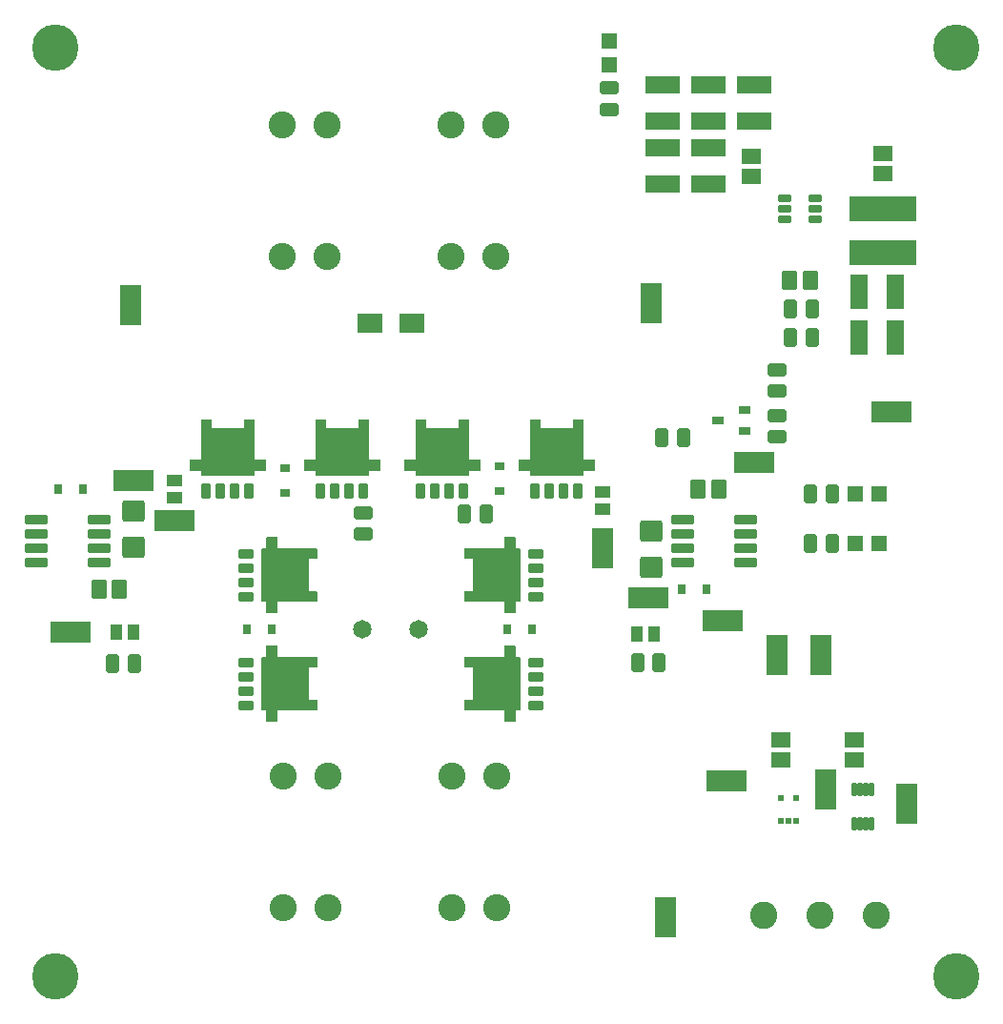
<source format=gts>
G04*
G04 #@! TF.GenerationSoftware,Altium Limited,Altium Designer,20.1.11 (218)*
G04*
G04 Layer_Color=8388736*
%FSAX25Y25*%
%MOIN*%
G70*
G04*
G04 #@! TF.SameCoordinates,831A3C98-130E-4F96-B11D-56A826E748C0*
G04*
G04*
G04 #@! TF.FilePolarity,Negative*
G04*
G01*
G75*
%ADD33R,0.15965X0.17953*%
%ADD35R,0.17953X0.15965*%
%ADD43R,0.12311X0.06406*%
%ADD44R,0.06406X0.12311*%
%ADD45R,0.07783X0.14083*%
%ADD46R,0.14083X0.07783*%
G04:AMPARAMS|DCode=47|XSize=54.21mil|YSize=67.99mil|CornerRadius=7.42mil|HoleSize=0mil|Usage=FLASHONLY|Rotation=0.000|XOffset=0mil|YOffset=0mil|HoleType=Round|Shape=RoundedRectangle|*
%AMROUNDEDRECTD47*
21,1,0.05421,0.05315,0,0,0.0*
21,1,0.03937,0.06799,0,0,0.0*
1,1,0.01484,0.01968,-0.02657*
1,1,0.01484,-0.01968,-0.02657*
1,1,0.01484,-0.01968,0.02657*
1,1,0.01484,0.01968,0.02657*
%
%ADD47ROUNDEDRECTD47*%
G04:AMPARAMS|DCode=48|XSize=54.21mil|YSize=67.99mil|CornerRadius=7.42mil|HoleSize=0mil|Usage=FLASHONLY|Rotation=270.000|XOffset=0mil|YOffset=0mil|HoleType=Round|Shape=RoundedRectangle|*
%AMROUNDEDRECTD48*
21,1,0.05421,0.05315,0,0,270.0*
21,1,0.03937,0.06799,0,0,270.0*
1,1,0.01484,-0.02657,-0.01968*
1,1,0.01484,-0.02657,0.01968*
1,1,0.01484,0.02657,0.01968*
1,1,0.01484,0.02657,-0.01968*
%
%ADD48ROUNDEDRECTD48*%
G04:AMPARAMS|DCode=49|XSize=28.62mil|YSize=44.37mil|CornerRadius=4.51mil|HoleSize=0mil|Usage=FLASHONLY|Rotation=270.000|XOffset=0mil|YOffset=0mil|HoleType=Round|Shape=RoundedRectangle|*
%AMROUNDEDRECTD49*
21,1,0.02862,0.03535,0,0,270.0*
21,1,0.01961,0.04437,0,0,270.0*
1,1,0.00902,-0.01768,-0.00980*
1,1,0.00902,-0.01768,0.00980*
1,1,0.00902,0.01768,0.00980*
1,1,0.00902,0.01768,-0.00980*
%
%ADD49ROUNDEDRECTD49*%
%ADD50R,0.04043X0.02862*%
G04:AMPARAMS|DCode=51|XSize=33.35mil|YSize=79.8mil|CornerRadius=4.63mil|HoleSize=0mil|Usage=FLASHONLY|Rotation=270.000|XOffset=0mil|YOffset=0mil|HoleType=Round|Shape=RoundedRectangle|*
%AMROUNDEDRECTD51*
21,1,0.03335,0.07055,0,0,270.0*
21,1,0.02410,0.07980,0,0,270.0*
1,1,0.00925,-0.03528,-0.01205*
1,1,0.00925,-0.03528,0.01205*
1,1,0.00925,0.03528,0.01205*
1,1,0.00925,0.03528,-0.01205*
%
%ADD51ROUNDEDRECTD51*%
%ADD52R,0.02468X0.02468*%
%ADD53R,0.02075X0.02468*%
G04:AMPARAMS|DCode=54|XSize=16.81mil|YSize=44.37mil|CornerRadius=3.39mil|HoleSize=0mil|Usage=FLASHONLY|Rotation=0.000|XOffset=0mil|YOffset=0mil|HoleType=Round|Shape=RoundedRectangle|*
%AMROUNDEDRECTD54*
21,1,0.01681,0.03760,0,0,0.0*
21,1,0.01004,0.04437,0,0,0.0*
1,1,0.00677,0.00502,-0.01880*
1,1,0.00677,-0.00502,-0.01880*
1,1,0.00677,-0.00502,0.01880*
1,1,0.00677,0.00502,0.01880*
%
%ADD54ROUNDEDRECTD54*%
G04:AMPARAMS|DCode=55|XSize=46.34mil|YSize=64.06mil|CornerRadius=6.63mil|HoleSize=0mil|Usage=FLASHONLY|Rotation=180.000|XOffset=0mil|YOffset=0mil|HoleType=Round|Shape=RoundedRectangle|*
%AMROUNDEDRECTD55*
21,1,0.04634,0.05079,0,0,180.0*
21,1,0.03307,0.06406,0,0,180.0*
1,1,0.01327,-0.01654,0.02539*
1,1,0.01327,0.01654,0.02539*
1,1,0.01327,0.01654,-0.02539*
1,1,0.01327,-0.01654,-0.02539*
%
%ADD55ROUNDEDRECTD55*%
G04:AMPARAMS|DCode=56|XSize=46.34mil|YSize=64.06mil|CornerRadius=6.63mil|HoleSize=0mil|Usage=FLASHONLY|Rotation=270.000|XOffset=0mil|YOffset=0mil|HoleType=Round|Shape=RoundedRectangle|*
%AMROUNDEDRECTD56*
21,1,0.04634,0.05079,0,0,270.0*
21,1,0.03307,0.06406,0,0,270.0*
1,1,0.01327,-0.02539,-0.01654*
1,1,0.01327,-0.02539,0.01654*
1,1,0.01327,0.02539,0.01654*
1,1,0.01327,0.02539,-0.01654*
%
%ADD56ROUNDEDRECTD56*%
%ADD57R,0.04240X0.05815*%
%ADD58R,0.05815X0.04240*%
G04:AMPARAMS|DCode=59|XSize=34.53mil|YSize=52.24mil|CornerRadius=5.45mil|HoleSize=0mil|Usage=FLASHONLY|Rotation=270.000|XOffset=0mil|YOffset=0mil|HoleType=Round|Shape=RoundedRectangle|*
%AMROUNDEDRECTD59*
21,1,0.03453,0.04134,0,0,270.0*
21,1,0.02362,0.05224,0,0,270.0*
1,1,0.01091,-0.02067,-0.01181*
1,1,0.01091,-0.02067,0.01181*
1,1,0.01091,0.02067,0.01181*
1,1,0.01091,0.02067,-0.01181*
%
%ADD59ROUNDEDRECTD59*%
G04:AMPARAMS|DCode=60|XSize=34.53mil|YSize=52.24mil|CornerRadius=5.45mil|HoleSize=0mil|Usage=FLASHONLY|Rotation=180.000|XOffset=0mil|YOffset=0mil|HoleType=Round|Shape=RoundedRectangle|*
%AMROUNDEDRECTD60*
21,1,0.03453,0.04134,0,0,180.0*
21,1,0.02362,0.05224,0,0,180.0*
1,1,0.01091,-0.01181,0.02067*
1,1,0.01091,0.01181,0.02067*
1,1,0.01091,0.01181,-0.02067*
1,1,0.01091,-0.01181,-0.02067*
%
%ADD60ROUNDEDRECTD60*%
%ADD61R,0.23335X0.08768*%
%ADD62R,0.09084X0.06917*%
%ADD63R,0.05224X0.05224*%
%ADD64R,0.05224X0.05224*%
%ADD65R,0.02980X0.03768*%
%ADD66R,0.03768X0.02980*%
G04:AMPARAMS|DCode=67|XSize=79.8mil|YSize=73.9mil|CornerRadius=9.39mil|HoleSize=0mil|Usage=FLASHONLY|Rotation=180.000|XOffset=0mil|YOffset=0mil|HoleType=Round|Shape=RoundedRectangle|*
%AMROUNDEDRECTD67*
21,1,0.07980,0.05512,0,0,180.0*
21,1,0.06102,0.07390,0,0,180.0*
1,1,0.01878,-0.03051,0.02756*
1,1,0.01878,0.03051,0.02756*
1,1,0.01878,0.03051,-0.02756*
1,1,0.01878,-0.03051,-0.02756*
%
%ADD67ROUNDEDRECTD67*%
%ADD68C,0.16248*%
%ADD69C,0.09500*%
%ADD70C,0.09555*%
%ADD71C,0.06500*%
G36*
X0097264Y0135248D02*
X0097302Y0135239D01*
X0097338Y0135223D01*
X0097372Y0135203D01*
X0097402Y0135177D01*
X0097427Y0135147D01*
X0097448Y0135114D01*
X0097463Y0135078D01*
X0097472Y0135039D01*
X0097475Y0135000D01*
X0097475Y0131227D01*
X0111110D01*
X0111150Y0131224D01*
X0111188Y0131215D01*
X0111224Y0131200D01*
X0111258Y0131179D01*
X0111288Y0131154D01*
X0111313Y0131124D01*
X0111334Y0131090D01*
X0111349Y0131054D01*
X0111358Y0131016D01*
X0111361Y0130976D01*
Y0128024D01*
X0111358Y0127984D01*
X0111349Y0127946D01*
X0111334Y0127910D01*
X0111313Y0127876D01*
X0111288Y0127846D01*
X0111258Y0127821D01*
X0111224Y0127800D01*
X0111188Y0127785D01*
X0111150Y0127776D01*
X0111110Y0127773D01*
X0108203D01*
Y0116227D01*
X0111110D01*
X0111150Y0116224D01*
X0111188Y0116215D01*
X0111224Y0116200D01*
X0111258Y0116179D01*
X0111288Y0116154D01*
X0111313Y0116124D01*
X0111334Y0116090D01*
X0111349Y0116054D01*
X0111358Y0116016D01*
X0111361Y0115976D01*
Y0113024D01*
X0111358Y0112984D01*
X0111349Y0112946D01*
X0111334Y0112910D01*
X0111313Y0112876D01*
X0111288Y0112846D01*
X0111258Y0112821D01*
X0111224Y0112800D01*
X0111188Y0112785D01*
X0111150Y0112776D01*
X0111110Y0112773D01*
X0097475D01*
X0097475Y0109000D01*
X0097472Y0108961D01*
X0097463Y0108923D01*
X0097448Y0108886D01*
X0097427Y0108853D01*
X0097402Y0108823D01*
X0097372Y0108797D01*
X0097338Y0108776D01*
X0097302Y0108762D01*
X0097264Y0108752D01*
X0097224Y0108749D01*
X0093661D01*
X0093622Y0108752D01*
X0093584Y0108762D01*
X0093548Y0108776D01*
X0093514Y0108797D01*
X0093484Y0108823D01*
X0093458Y0108853D01*
X0093438Y0108886D01*
X0093423Y0108923D01*
X0093414Y0108961D01*
X0093411Y0109000D01*
X0093411Y0112773D01*
X0091988D01*
X0091949Y0112776D01*
X0091911Y0112785D01*
X0091874Y0112800D01*
X0091841Y0112821D01*
X0091811Y0112846D01*
X0091785Y0112876D01*
X0091765Y0112910D01*
X0091750Y0112946D01*
X0091741Y0112984D01*
X0091737Y0113024D01*
Y0130976D01*
X0091741Y0131016D01*
X0091750Y0131054D01*
X0091765Y0131090D01*
X0091785Y0131124D01*
X0091811Y0131154D01*
X0091841Y0131179D01*
X0091874Y0131200D01*
X0091911Y0131215D01*
X0091949Y0131224D01*
X0091988Y0131227D01*
X0093411D01*
X0093411Y0135000D01*
X0093414Y0135039D01*
X0093423Y0135078D01*
X0093438Y0135114D01*
X0093458Y0135147D01*
X0093484Y0135177D01*
X0093514Y0135203D01*
X0093548Y0135223D01*
X0093584Y0135239D01*
X0093622Y0135248D01*
X0093661Y0135251D01*
X0097224D01*
X0097264Y0135248D01*
D02*
G37*
G36*
Y0173224D02*
X0097302Y0173215D01*
X0097338Y0173200D01*
X0097372Y0173179D01*
X0097402Y0173154D01*
X0097427Y0173124D01*
X0097448Y0173090D01*
X0097463Y0173054D01*
X0097472Y0173016D01*
X0097475Y0172976D01*
X0097475Y0169203D01*
X0111110D01*
X0111150Y0169200D01*
X0111188Y0169191D01*
X0111224Y0169176D01*
X0111258Y0169156D01*
X0111288Y0169130D01*
X0111313Y0169100D01*
X0111334Y0169067D01*
X0111349Y0169030D01*
X0111358Y0168992D01*
X0111361Y0168953D01*
Y0166000D01*
X0111358Y0165961D01*
X0111349Y0165922D01*
X0111334Y0165886D01*
X0111313Y0165853D01*
X0111288Y0165823D01*
X0111258Y0165797D01*
X0111224Y0165777D01*
X0111188Y0165761D01*
X0111150Y0165752D01*
X0111110Y0165749D01*
X0108203D01*
Y0154203D01*
X0111110D01*
X0111150Y0154200D01*
X0111188Y0154191D01*
X0111224Y0154176D01*
X0111258Y0154156D01*
X0111288Y0154130D01*
X0111313Y0154100D01*
X0111334Y0154067D01*
X0111349Y0154030D01*
X0111358Y0153992D01*
X0111361Y0153953D01*
Y0151000D01*
X0111358Y0150961D01*
X0111349Y0150923D01*
X0111334Y0150886D01*
X0111313Y0150853D01*
X0111288Y0150823D01*
X0111258Y0150797D01*
X0111224Y0150777D01*
X0111188Y0150761D01*
X0111150Y0150752D01*
X0111110Y0150749D01*
X0097475D01*
X0097475Y0146976D01*
X0097472Y0146937D01*
X0097463Y0146899D01*
X0097448Y0146862D01*
X0097427Y0146829D01*
X0097402Y0146799D01*
X0097372Y0146774D01*
X0097338Y0146753D01*
X0097302Y0146738D01*
X0097264Y0146729D01*
X0097224Y0146726D01*
X0093661D01*
X0093622Y0146729D01*
X0093584Y0146738D01*
X0093548Y0146753D01*
X0093514Y0146774D01*
X0093484Y0146799D01*
X0093458Y0146829D01*
X0093438Y0146862D01*
X0093423Y0146899D01*
X0093414Y0146937D01*
X0093411Y0146976D01*
X0093411Y0150749D01*
X0091988D01*
X0091949Y0150752D01*
X0091911Y0150761D01*
X0091874Y0150777D01*
X0091841Y0150797D01*
X0091811Y0150823D01*
X0091785Y0150853D01*
X0091765Y0150886D01*
X0091750Y0150923D01*
X0091741Y0150961D01*
X0091737Y0151000D01*
Y0168953D01*
X0091741Y0168992D01*
X0091750Y0169030D01*
X0091765Y0169067D01*
X0091785Y0169100D01*
X0091811Y0169130D01*
X0091841Y0169156D01*
X0091874Y0169176D01*
X0091911Y0169191D01*
X0091949Y0169200D01*
X0091988Y0169203D01*
X0093411D01*
X0093411Y0172976D01*
X0093414Y0173016D01*
X0093423Y0173054D01*
X0093438Y0173090D01*
X0093458Y0173124D01*
X0093484Y0173154D01*
X0093514Y0173179D01*
X0093548Y0173200D01*
X0093584Y0173215D01*
X0093622Y0173224D01*
X0093661Y0173227D01*
X0097224D01*
X0097264Y0173224D01*
D02*
G37*
G36*
X0089016Y0214358D02*
X0089054Y0214349D01*
X0089090Y0214334D01*
X0089124Y0214313D01*
X0089154Y0214288D01*
X0089179Y0214258D01*
X0089200Y0214224D01*
X0089215Y0214188D01*
X0089224Y0214149D01*
X0089227Y0214110D01*
Y0200475D01*
X0093000Y0200475D01*
X0093039Y0200472D01*
X0093077Y0200463D01*
X0093114Y0200448D01*
X0093147Y0200427D01*
X0093177Y0200402D01*
X0093203Y0200372D01*
X0093224Y0200338D01*
X0093239Y0200302D01*
X0093248Y0200264D01*
X0093251Y0200224D01*
Y0196661D01*
X0093248Y0196622D01*
X0093239Y0196584D01*
X0093224Y0196548D01*
X0093203Y0196514D01*
X0093177Y0196484D01*
X0093147Y0196458D01*
X0093114Y0196438D01*
X0093077Y0196423D01*
X0093039Y0196414D01*
X0093000Y0196411D01*
X0089227Y0196411D01*
Y0194988D01*
X0089224Y0194949D01*
X0089215Y0194911D01*
X0089200Y0194874D01*
X0089179Y0194841D01*
X0089154Y0194811D01*
X0089124Y0194785D01*
X0089090Y0194765D01*
X0089054Y0194750D01*
X0089016Y0194740D01*
X0088976Y0194737D01*
X0071024D01*
X0070984Y0194740D01*
X0070946Y0194750D01*
X0070910Y0194765D01*
X0070876Y0194785D01*
X0070846Y0194811D01*
X0070821Y0194841D01*
X0070800Y0194874D01*
X0070785Y0194911D01*
X0070776Y0194949D01*
X0070773Y0194988D01*
Y0196411D01*
X0067000Y0196411D01*
X0066961Y0196414D01*
X0066922Y0196423D01*
X0066886Y0196438D01*
X0066853Y0196458D01*
X0066823Y0196484D01*
X0066797Y0196514D01*
X0066777Y0196548D01*
X0066761Y0196584D01*
X0066752Y0196622D01*
X0066749Y0196661D01*
Y0200224D01*
X0066752Y0200264D01*
X0066761Y0200302D01*
X0066777Y0200338D01*
X0066797Y0200372D01*
X0066823Y0200402D01*
X0066853Y0200427D01*
X0066886Y0200448D01*
X0066922Y0200463D01*
X0066961Y0200472D01*
X0067000Y0200475D01*
X0070773Y0200475D01*
Y0214110D01*
X0070776Y0214149D01*
X0070785Y0214188D01*
X0070800Y0214224D01*
X0070821Y0214258D01*
X0070846Y0214288D01*
X0070876Y0214313D01*
X0070910Y0214334D01*
X0070946Y0214349D01*
X0070984Y0214358D01*
X0071024Y0214361D01*
X0073976D01*
X0074016Y0214358D01*
X0074054Y0214349D01*
X0074090Y0214334D01*
X0074124Y0214313D01*
X0074154Y0214288D01*
X0074179Y0214258D01*
X0074200Y0214224D01*
X0074215Y0214188D01*
X0074224Y0214149D01*
X0074227Y0214110D01*
Y0211204D01*
X0085773D01*
Y0214110D01*
X0085776Y0214149D01*
X0085785Y0214188D01*
X0085800Y0214224D01*
X0085821Y0214258D01*
X0085846Y0214288D01*
X0085876Y0214313D01*
X0085910Y0214334D01*
X0085946Y0214349D01*
X0085984Y0214358D01*
X0086024Y0214361D01*
X0088976D01*
X0089016Y0214358D01*
D02*
G37*
G36*
X0129016D02*
X0129054Y0214349D01*
X0129090Y0214334D01*
X0129124Y0214313D01*
X0129154Y0214288D01*
X0129179Y0214258D01*
X0129200Y0214224D01*
X0129215Y0214188D01*
X0129224Y0214149D01*
X0129227Y0214110D01*
Y0200475D01*
X0133000Y0200475D01*
X0133039Y0200472D01*
X0133078Y0200463D01*
X0133114Y0200448D01*
X0133147Y0200427D01*
X0133177Y0200402D01*
X0133203Y0200372D01*
X0133223Y0200338D01*
X0133238Y0200302D01*
X0133248Y0200264D01*
X0133251Y0200224D01*
Y0196661D01*
X0133248Y0196622D01*
X0133238Y0196584D01*
X0133223Y0196548D01*
X0133203Y0196514D01*
X0133177Y0196484D01*
X0133147Y0196458D01*
X0133114Y0196438D01*
X0133078Y0196423D01*
X0133039Y0196414D01*
X0133000Y0196411D01*
X0129227Y0196411D01*
Y0194988D01*
X0129224Y0194949D01*
X0129215Y0194911D01*
X0129200Y0194874D01*
X0129179Y0194841D01*
X0129154Y0194811D01*
X0129124Y0194785D01*
X0129090Y0194765D01*
X0129054Y0194750D01*
X0129016Y0194740D01*
X0128976Y0194737D01*
X0111024D01*
X0110984Y0194740D01*
X0110946Y0194750D01*
X0110910Y0194765D01*
X0110876Y0194785D01*
X0110846Y0194811D01*
X0110821Y0194841D01*
X0110800Y0194874D01*
X0110785Y0194911D01*
X0110776Y0194949D01*
X0110773Y0194988D01*
Y0196411D01*
X0107000Y0196411D01*
X0106961Y0196414D01*
X0106922Y0196423D01*
X0106886Y0196438D01*
X0106853Y0196458D01*
X0106823Y0196484D01*
X0106797Y0196514D01*
X0106777Y0196548D01*
X0106762Y0196584D01*
X0106752Y0196622D01*
X0106749Y0196661D01*
Y0200224D01*
X0106752Y0200264D01*
X0106762Y0200302D01*
X0106777Y0200338D01*
X0106797Y0200372D01*
X0106823Y0200402D01*
X0106853Y0200427D01*
X0106886Y0200448D01*
X0106922Y0200463D01*
X0106961Y0200472D01*
X0107000Y0200475D01*
X0110773Y0200475D01*
Y0214110D01*
X0110776Y0214149D01*
X0110785Y0214188D01*
X0110800Y0214224D01*
X0110821Y0214258D01*
X0110846Y0214288D01*
X0110876Y0214313D01*
X0110910Y0214334D01*
X0110946Y0214349D01*
X0110984Y0214358D01*
X0111024Y0214361D01*
X0113976D01*
X0114016Y0214358D01*
X0114054Y0214349D01*
X0114090Y0214334D01*
X0114124Y0214313D01*
X0114154Y0214288D01*
X0114179Y0214258D01*
X0114200Y0214224D01*
X0114215Y0214188D01*
X0114224Y0214149D01*
X0114227Y0214110D01*
Y0211204D01*
X0125773D01*
Y0214110D01*
X0125776Y0214149D01*
X0125785Y0214188D01*
X0125800Y0214224D01*
X0125821Y0214258D01*
X0125846Y0214288D01*
X0125876Y0214313D01*
X0125910Y0214334D01*
X0125946Y0214349D01*
X0125984Y0214358D01*
X0126024Y0214361D01*
X0128976D01*
X0129016Y0214358D01*
D02*
G37*
G36*
X0180378Y0135248D02*
X0180416Y0135239D01*
X0180452Y0135223D01*
X0180486Y0135203D01*
X0180516Y0135177D01*
X0180542Y0135147D01*
X0180562Y0135114D01*
X0180577Y0135078D01*
X0180586Y0135039D01*
X0180589Y0135000D01*
X0180589Y0131227D01*
X0182012D01*
X0182051Y0131224D01*
X0182089Y0131215D01*
X0182126Y0131200D01*
X0182159Y0131179D01*
X0182189Y0131154D01*
X0182215Y0131124D01*
X0182235Y0131090D01*
X0182250Y0131054D01*
X0182260Y0131016D01*
X0182263Y0130976D01*
Y0113024D01*
X0182260Y0112984D01*
X0182250Y0112946D01*
X0182235Y0112910D01*
X0182215Y0112876D01*
X0182189Y0112846D01*
X0182159Y0112821D01*
X0182126Y0112800D01*
X0182089Y0112785D01*
X0182051Y0112776D01*
X0182012Y0112773D01*
X0180589D01*
X0180589Y0109000D01*
X0180586Y0108961D01*
X0180577Y0108923D01*
X0180562Y0108886D01*
X0180542Y0108853D01*
X0180516Y0108823D01*
X0180486Y0108797D01*
X0180452Y0108777D01*
X0180416Y0108762D01*
X0180378Y0108752D01*
X0180339Y0108749D01*
X0176776D01*
X0176736Y0108752D01*
X0176698Y0108762D01*
X0176662Y0108777D01*
X0176628Y0108797D01*
X0176598Y0108823D01*
X0176573Y0108853D01*
X0176552Y0108886D01*
X0176537Y0108923D01*
X0176528Y0108961D01*
X0176525Y0109000D01*
X0176525Y0112773D01*
X0162890D01*
X0162850Y0112776D01*
X0162812Y0112785D01*
X0162776Y0112800D01*
X0162742Y0112821D01*
X0162712Y0112846D01*
X0162687Y0112876D01*
X0162666Y0112910D01*
X0162651Y0112946D01*
X0162642Y0112984D01*
X0162639Y0113024D01*
Y0115976D01*
X0162642Y0116016D01*
X0162651Y0116054D01*
X0162666Y0116090D01*
X0162687Y0116124D01*
X0162712Y0116154D01*
X0162742Y0116179D01*
X0162776Y0116200D01*
X0162812Y0116215D01*
X0162850Y0116224D01*
X0162890Y0116227D01*
X0165796D01*
Y0127773D01*
X0162890D01*
X0162850Y0127776D01*
X0162812Y0127785D01*
X0162776Y0127800D01*
X0162742Y0127821D01*
X0162712Y0127846D01*
X0162687Y0127876D01*
X0162666Y0127910D01*
X0162651Y0127946D01*
X0162642Y0127984D01*
X0162639Y0128024D01*
Y0130976D01*
X0162642Y0131016D01*
X0162651Y0131054D01*
X0162666Y0131090D01*
X0162687Y0131124D01*
X0162712Y0131154D01*
X0162742Y0131179D01*
X0162776Y0131200D01*
X0162812Y0131215D01*
X0162850Y0131224D01*
X0162890Y0131227D01*
X0176525D01*
X0176525Y0135000D01*
X0176528Y0135039D01*
X0176537Y0135078D01*
X0176552Y0135114D01*
X0176573Y0135147D01*
X0176598Y0135177D01*
X0176628Y0135203D01*
X0176662Y0135223D01*
X0176698Y0135239D01*
X0176736Y0135248D01*
X0176776Y0135251D01*
X0180339D01*
X0180378Y0135248D01*
D02*
G37*
G36*
Y0173248D02*
X0180416Y0173239D01*
X0180452Y0173223D01*
X0180486Y0173203D01*
X0180516Y0173177D01*
X0180542Y0173147D01*
X0180562Y0173114D01*
X0180577Y0173077D01*
X0180586Y0173039D01*
X0180589Y0173000D01*
X0180589Y0169227D01*
X0182012D01*
X0182051Y0169224D01*
X0182089Y0169215D01*
X0182126Y0169200D01*
X0182159Y0169179D01*
X0182189Y0169154D01*
X0182215Y0169124D01*
X0182235Y0169090D01*
X0182250Y0169054D01*
X0182260Y0169016D01*
X0182263Y0168976D01*
Y0151024D01*
X0182260Y0150984D01*
X0182250Y0150946D01*
X0182235Y0150910D01*
X0182215Y0150876D01*
X0182189Y0150846D01*
X0182159Y0150821D01*
X0182126Y0150800D01*
X0182089Y0150785D01*
X0182051Y0150776D01*
X0182012Y0150773D01*
X0180589D01*
X0180589Y0147000D01*
X0180586Y0146961D01*
X0180577Y0146923D01*
X0180562Y0146886D01*
X0180542Y0146853D01*
X0180516Y0146823D01*
X0180486Y0146797D01*
X0180452Y0146777D01*
X0180416Y0146762D01*
X0180378Y0146752D01*
X0180339Y0146749D01*
X0176776D01*
X0176736Y0146752D01*
X0176698Y0146762D01*
X0176662Y0146777D01*
X0176628Y0146797D01*
X0176598Y0146823D01*
X0176573Y0146853D01*
X0176552Y0146886D01*
X0176537Y0146923D01*
X0176528Y0146961D01*
X0176525Y0147000D01*
X0176525Y0150773D01*
X0162890D01*
X0162850Y0150776D01*
X0162812Y0150785D01*
X0162776Y0150800D01*
X0162742Y0150821D01*
X0162712Y0150846D01*
X0162687Y0150876D01*
X0162666Y0150910D01*
X0162651Y0150946D01*
X0162642Y0150984D01*
X0162639Y0151024D01*
Y0153976D01*
X0162642Y0154016D01*
X0162651Y0154054D01*
X0162666Y0154090D01*
X0162687Y0154124D01*
X0162712Y0154154D01*
X0162742Y0154179D01*
X0162776Y0154200D01*
X0162812Y0154215D01*
X0162850Y0154224D01*
X0162890Y0154227D01*
X0165796D01*
Y0165773D01*
X0162890D01*
X0162850Y0165776D01*
X0162812Y0165785D01*
X0162776Y0165800D01*
X0162742Y0165821D01*
X0162712Y0165846D01*
X0162687Y0165876D01*
X0162666Y0165910D01*
X0162651Y0165946D01*
X0162642Y0165984D01*
X0162639Y0166024D01*
Y0168976D01*
X0162642Y0169016D01*
X0162651Y0169054D01*
X0162666Y0169090D01*
X0162687Y0169124D01*
X0162712Y0169154D01*
X0162742Y0169179D01*
X0162776Y0169200D01*
X0162812Y0169215D01*
X0162850Y0169224D01*
X0162890Y0169227D01*
X0176525D01*
X0176525Y0173000D01*
X0176528Y0173039D01*
X0176537Y0173077D01*
X0176552Y0173114D01*
X0176573Y0173147D01*
X0176598Y0173177D01*
X0176628Y0173203D01*
X0176662Y0173223D01*
X0176698Y0173239D01*
X0176736Y0173248D01*
X0176776Y0173251D01*
X0180339D01*
X0180378Y0173248D01*
D02*
G37*
G36*
X0164016Y0214358D02*
X0164054Y0214349D01*
X0164090Y0214334D01*
X0164124Y0214313D01*
X0164154Y0214288D01*
X0164179Y0214258D01*
X0164200Y0214224D01*
X0164215Y0214188D01*
X0164224Y0214149D01*
X0164227Y0214110D01*
Y0200475D01*
X0168000Y0200475D01*
X0168039Y0200472D01*
X0168078Y0200463D01*
X0168114Y0200448D01*
X0168147Y0200427D01*
X0168177Y0200402D01*
X0168203Y0200372D01*
X0168224Y0200338D01*
X0168238Y0200302D01*
X0168248Y0200264D01*
X0168251Y0200224D01*
Y0196661D01*
X0168248Y0196622D01*
X0168238Y0196584D01*
X0168224Y0196548D01*
X0168203Y0196514D01*
X0168177Y0196484D01*
X0168147Y0196458D01*
X0168114Y0196438D01*
X0168078Y0196423D01*
X0168039Y0196414D01*
X0168000Y0196411D01*
X0164227Y0196411D01*
Y0194988D01*
X0164224Y0194949D01*
X0164215Y0194911D01*
X0164200Y0194874D01*
X0164179Y0194841D01*
X0164154Y0194811D01*
X0164124Y0194785D01*
X0164090Y0194765D01*
X0164054Y0194750D01*
X0164016Y0194740D01*
X0163976Y0194737D01*
X0146024D01*
X0145984Y0194740D01*
X0145946Y0194750D01*
X0145910Y0194765D01*
X0145876Y0194785D01*
X0145846Y0194811D01*
X0145821Y0194841D01*
X0145800Y0194874D01*
X0145785Y0194911D01*
X0145776Y0194949D01*
X0145773Y0194988D01*
Y0196411D01*
X0142000Y0196411D01*
X0141961Y0196414D01*
X0141922Y0196423D01*
X0141886Y0196438D01*
X0141853Y0196458D01*
X0141823Y0196484D01*
X0141797Y0196514D01*
X0141777Y0196548D01*
X0141762Y0196584D01*
X0141752Y0196622D01*
X0141749Y0196661D01*
Y0200224D01*
X0141752Y0200264D01*
X0141762Y0200302D01*
X0141777Y0200338D01*
X0141797Y0200372D01*
X0141823Y0200402D01*
X0141853Y0200427D01*
X0141886Y0200448D01*
X0141922Y0200463D01*
X0141961Y0200472D01*
X0142000Y0200475D01*
X0145773Y0200475D01*
Y0214110D01*
X0145776Y0214149D01*
X0145785Y0214188D01*
X0145800Y0214224D01*
X0145821Y0214258D01*
X0145846Y0214288D01*
X0145876Y0214313D01*
X0145910Y0214334D01*
X0145946Y0214349D01*
X0145984Y0214358D01*
X0146024Y0214361D01*
X0148976D01*
X0149016Y0214358D01*
X0149054Y0214349D01*
X0149090Y0214334D01*
X0149124Y0214313D01*
X0149154Y0214288D01*
X0149179Y0214258D01*
X0149200Y0214224D01*
X0149215Y0214188D01*
X0149224Y0214149D01*
X0149227Y0214110D01*
Y0211204D01*
X0160773D01*
Y0214110D01*
X0160776Y0214149D01*
X0160785Y0214188D01*
X0160800Y0214224D01*
X0160821Y0214258D01*
X0160846Y0214288D01*
X0160876Y0214313D01*
X0160910Y0214334D01*
X0160946Y0214349D01*
X0160984Y0214358D01*
X0161024Y0214361D01*
X0163976D01*
X0164016Y0214358D01*
D02*
G37*
G36*
X0204016D02*
X0204054Y0214349D01*
X0204090Y0214334D01*
X0204124Y0214313D01*
X0204154Y0214288D01*
X0204179Y0214258D01*
X0204200Y0214224D01*
X0204215Y0214188D01*
X0204224Y0214149D01*
X0204227Y0214110D01*
Y0200475D01*
X0208000Y0200475D01*
X0208039Y0200472D01*
X0208078Y0200463D01*
X0208114Y0200448D01*
X0208147Y0200427D01*
X0208177Y0200402D01*
X0208203Y0200372D01*
X0208224Y0200338D01*
X0208239Y0200302D01*
X0208248Y0200264D01*
X0208251Y0200224D01*
Y0196661D01*
X0208248Y0196622D01*
X0208239Y0196584D01*
X0208224Y0196548D01*
X0208203Y0196514D01*
X0208177Y0196484D01*
X0208147Y0196458D01*
X0208114Y0196438D01*
X0208078Y0196423D01*
X0208039Y0196414D01*
X0208000Y0196411D01*
X0204227Y0196411D01*
Y0194988D01*
X0204224Y0194949D01*
X0204215Y0194911D01*
X0204200Y0194874D01*
X0204179Y0194841D01*
X0204154Y0194811D01*
X0204124Y0194785D01*
X0204090Y0194765D01*
X0204054Y0194750D01*
X0204016Y0194740D01*
X0203976Y0194737D01*
X0186024D01*
X0185984Y0194740D01*
X0185946Y0194750D01*
X0185910Y0194765D01*
X0185876Y0194785D01*
X0185846Y0194811D01*
X0185821Y0194841D01*
X0185800Y0194874D01*
X0185785Y0194911D01*
X0185776Y0194949D01*
X0185773Y0194988D01*
Y0196411D01*
X0182000Y0196411D01*
X0181961Y0196414D01*
X0181922Y0196423D01*
X0181886Y0196438D01*
X0181853Y0196458D01*
X0181823Y0196484D01*
X0181797Y0196514D01*
X0181777Y0196548D01*
X0181762Y0196584D01*
X0181752Y0196622D01*
X0181749Y0196661D01*
Y0200224D01*
X0181752Y0200264D01*
X0181762Y0200302D01*
X0181777Y0200338D01*
X0181797Y0200372D01*
X0181823Y0200402D01*
X0181853Y0200427D01*
X0181886Y0200448D01*
X0181922Y0200463D01*
X0181961Y0200472D01*
X0182000Y0200475D01*
X0185773Y0200475D01*
Y0214110D01*
X0185776Y0214149D01*
X0185785Y0214188D01*
X0185800Y0214224D01*
X0185821Y0214258D01*
X0185846Y0214288D01*
X0185876Y0214313D01*
X0185910Y0214334D01*
X0185946Y0214349D01*
X0185984Y0214358D01*
X0186024Y0214361D01*
X0188976D01*
X0189016Y0214358D01*
X0189054Y0214349D01*
X0189090Y0214334D01*
X0189124Y0214313D01*
X0189154Y0214288D01*
X0189179Y0214258D01*
X0189200Y0214224D01*
X0189215Y0214188D01*
X0189224Y0214149D01*
X0189227Y0214110D01*
Y0211204D01*
X0200773D01*
Y0214110D01*
X0200776Y0214149D01*
X0200785Y0214188D01*
X0200800Y0214224D01*
X0200821Y0214258D01*
X0200846Y0214288D01*
X0200876Y0214313D01*
X0200910Y0214334D01*
X0200946Y0214349D01*
X0200984Y0214358D01*
X0201024Y0214361D01*
X0203976D01*
X0204016Y0214358D01*
D02*
G37*
D33*
X0174000Y0122000D02*
D03*
Y0160000D02*
D03*
X0100000Y0122000D02*
D03*
Y0159976D02*
D03*
D35*
X0195000Y0203000D02*
D03*
X0155000D02*
D03*
X0120000D02*
D03*
X0080000D02*
D03*
D43*
X0232000Y0309398D02*
D03*
Y0296602D02*
D03*
Y0331398D02*
D03*
Y0318602D02*
D03*
X0248000Y0309398D02*
D03*
Y0296602D02*
D03*
Y0331398D02*
D03*
Y0318602D02*
D03*
X0264000D02*
D03*
Y0331398D02*
D03*
D44*
X0313398Y0243000D02*
D03*
X0300602D02*
D03*
Y0259000D02*
D03*
X0313398D02*
D03*
D45*
X0289000Y0085000D02*
D03*
X0317500Y0080000D02*
D03*
X0287500Y0132000D02*
D03*
X0211000Y0169500D02*
D03*
X0272000Y0132000D02*
D03*
X0228000Y0255000D02*
D03*
X0233000Y0040500D02*
D03*
X0046000Y0254500D02*
D03*
D46*
X0025000Y0140000D02*
D03*
X0254400Y0087900D02*
D03*
X0227000Y0152000D02*
D03*
X0047000Y0193000D02*
D03*
X0061507Y0178876D02*
D03*
X0253000Y0144000D02*
D03*
X0264000Y0199500D02*
D03*
X0312000Y0217000D02*
D03*
D47*
X0283524Y0263000D02*
D03*
X0276476D02*
D03*
X0034976Y0155000D02*
D03*
X0042024D02*
D03*
X0244476Y0190000D02*
D03*
X0251524D02*
D03*
D48*
X0309000Y0307524D02*
D03*
Y0300476D02*
D03*
X0263000Y0306524D02*
D03*
Y0299476D02*
D03*
X0299000Y0095476D02*
D03*
Y0102524D02*
D03*
X0273500Y0095476D02*
D03*
Y0102524D02*
D03*
D49*
X0274587Y0284260D02*
D03*
Y0288000D02*
D03*
Y0291740D02*
D03*
X0285413D02*
D03*
Y0288000D02*
D03*
Y0284260D02*
D03*
D50*
X0251472Y0214000D02*
D03*
X0260528Y0217740D02*
D03*
Y0210260D02*
D03*
D51*
X0261122Y0164500D02*
D03*
Y0169500D02*
D03*
Y0174500D02*
D03*
Y0179500D02*
D03*
X0238878Y0164500D02*
D03*
Y0169500D02*
D03*
Y0174500D02*
D03*
Y0179500D02*
D03*
X0012878D02*
D03*
Y0174500D02*
D03*
Y0169500D02*
D03*
Y0164500D02*
D03*
X0035122Y0179500D02*
D03*
Y0174500D02*
D03*
Y0169500D02*
D03*
Y0164500D02*
D03*
D52*
X0278559Y0082134D02*
D03*
X0273441D02*
D03*
X0278559Y0073866D02*
D03*
X0273441D02*
D03*
D53*
X0276000D02*
D03*
D54*
X0304953Y0085102D02*
D03*
X0302984D02*
D03*
X0301016D02*
D03*
X0299047D02*
D03*
X0304953Y0072898D02*
D03*
X0302984D02*
D03*
X0301016D02*
D03*
X0299047D02*
D03*
D55*
X0284260Y0243000D02*
D03*
X0276740D02*
D03*
Y0253000D02*
D03*
X0284260D02*
D03*
X0231740Y0208000D02*
D03*
X0239260D02*
D03*
X0291260Y0171000D02*
D03*
X0283740D02*
D03*
X0291260Y0188500D02*
D03*
X0283740D02*
D03*
X0230760Y0129500D02*
D03*
X0223240D02*
D03*
X0047260Y0129000D02*
D03*
X0039740D02*
D03*
X0170260Y0181500D02*
D03*
X0162740D02*
D03*
D56*
X0272000Y0231760D02*
D03*
Y0224240D02*
D03*
Y0215760D02*
D03*
Y0208240D02*
D03*
X0213500Y0330260D02*
D03*
Y0322740D02*
D03*
X0127500Y0181760D02*
D03*
Y0174240D02*
D03*
D57*
X0229051Y0139500D02*
D03*
X0222949D02*
D03*
X0047051Y0140000D02*
D03*
X0040949D02*
D03*
D58*
X0211000Y0182949D02*
D03*
Y0189051D02*
D03*
X0061500Y0193051D02*
D03*
Y0186949D02*
D03*
D59*
X0187779Y0129500D02*
D03*
Y0124500D02*
D03*
Y0119500D02*
D03*
Y0114500D02*
D03*
Y0167500D02*
D03*
Y0162500D02*
D03*
Y0157500D02*
D03*
Y0152500D02*
D03*
X0086221Y0114500D02*
D03*
Y0119500D02*
D03*
Y0124500D02*
D03*
Y0129500D02*
D03*
Y0152476D02*
D03*
Y0157476D02*
D03*
Y0162476D02*
D03*
Y0167476D02*
D03*
D60*
X0202500Y0189220D02*
D03*
X0197500D02*
D03*
X0192500D02*
D03*
X0187500D02*
D03*
X0162500D02*
D03*
X0157500D02*
D03*
X0152500D02*
D03*
X0147500D02*
D03*
X0127500D02*
D03*
X0122500D02*
D03*
X0117500D02*
D03*
X0112500D02*
D03*
X0087500D02*
D03*
X0082500D02*
D03*
X0077500D02*
D03*
X0072500D02*
D03*
D61*
X0309000Y0272646D02*
D03*
Y0288000D02*
D03*
D62*
X0129689Y0248000D02*
D03*
X0144312D02*
D03*
D63*
X0213500Y0338366D02*
D03*
Y0346634D02*
D03*
D64*
X0299366Y0171000D02*
D03*
X0307634D02*
D03*
X0299366Y0188500D02*
D03*
X0307634D02*
D03*
D65*
X0186390Y0141000D02*
D03*
X0177610D02*
D03*
X0086610D02*
D03*
X0095390D02*
D03*
X0247390Y0155000D02*
D03*
X0238610D02*
D03*
X0020610Y0190000D02*
D03*
X0029390D02*
D03*
D66*
X0175000Y0189220D02*
D03*
Y0198000D02*
D03*
X0100000Y0188610D02*
D03*
Y0197390D02*
D03*
D67*
X0047000Y0182299D02*
D03*
Y0169701D02*
D03*
X0228000Y0162701D02*
D03*
Y0175299D02*
D03*
D68*
X0019685Y0344488D02*
D03*
X0334646D02*
D03*
X0019685Y0019685D02*
D03*
X0334646D02*
D03*
D69*
X0115063Y0043685D02*
D03*
X0158370Y0089685D02*
D03*
X0115063D02*
D03*
X0099315D02*
D03*
Y0043685D02*
D03*
X0174118Y0089685D02*
D03*
X0158370Y0043685D02*
D03*
X0174118D02*
D03*
X0157937Y0317315D02*
D03*
X0114630Y0271315D02*
D03*
X0157937D02*
D03*
X0173685D02*
D03*
Y0317315D02*
D03*
X0098882Y0271315D02*
D03*
X0114630Y0317315D02*
D03*
X0098882D02*
D03*
D70*
X0267315Y0041000D02*
D03*
X0306685D02*
D03*
X0287000D02*
D03*
D71*
X0127157Y0141000D02*
D03*
X0146843D02*
D03*
M02*

</source>
